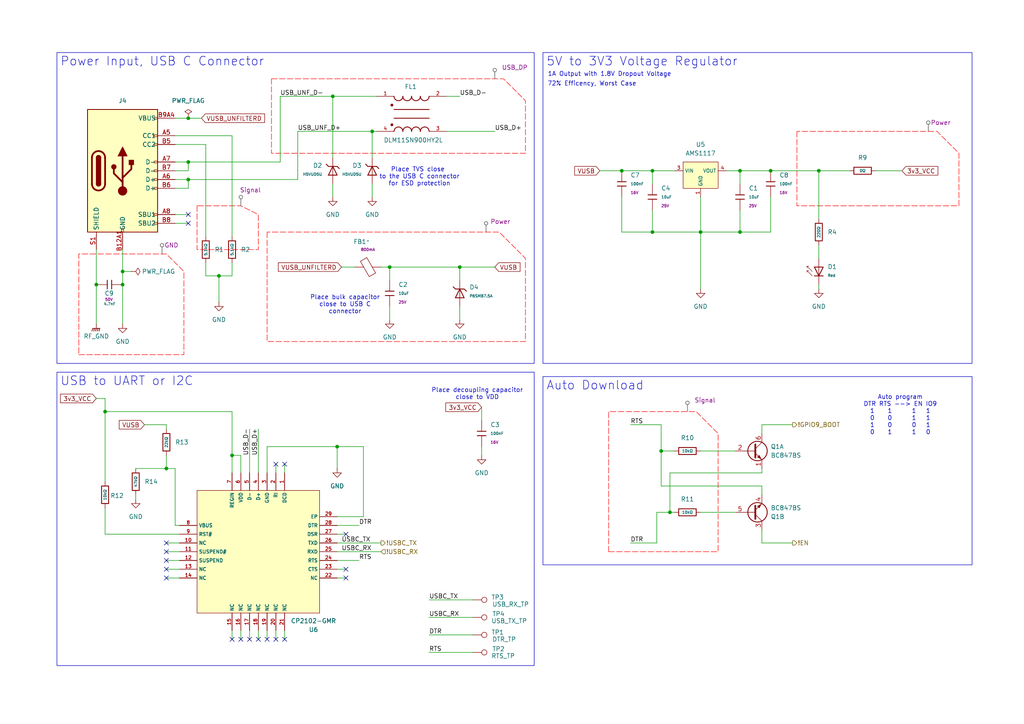
<source format=kicad_sch>
(kicad_sch (version 20250114) (generator "eeschema") (generator_version "9.0")
  (paper "A4")
  (title_block (title "Mileage Logger") (rev "DEV_001") (company "Jake Odgers"))
  (text "Place TVS close \nto the USB C connector\nfor ESD protection\n" (at 121.666 51.308 0) (effects (font (size 1.27 1.27))))
  (text "Place decoupling capacitor\nclose to VDD" (at 138.43 114.3 0) (effects (font (size 1.27 1.27))))
  (text "Auto program\nDTR RTS --> EN IO9\n1    1      1   1\n0    0      1   1\n1    0      0   1\n0    1      1   0\n" (at 261.112 120.396 0) (effects (font (size 1.27 1.27))))
  (text "Place bulk capacitor\nclose to USB C\nconnector" (at 100.076 88.392 0) (effects (font (size 1.27 1.27))))
  (text "72% Efficency, Worst Case" (at 171.704 24.384 0) (effects (font (size 1.27 1.27))))
  (text "1A Output with 1.8V Dropout Voltage" (at 176.784 21.59 0) (effects (font (size 1.27 1.27))))
  (text_box "USB to UART or I2C" (at 16.51 107.95 0) (size 138.43 85.09) (margins 0.9525 0.9525 0.9525 0.9525) (effects (font (size 2.54 2.54)) (justify left top)))
  (text_box "Power Input, USB C Connector" (at 16.51 15.24 0) (size 138.43 90.17) (margins 0.9525 0.9525 0.9525 0.9525) (effects (font (size 2.54 2.54)) (justify left top)))
  (text_box "Auto Download" (at 157.48 109.22 0) (size 124.46 54.61) (margins 0.9525 0.9525 0.9525 0.9525) (effects (font (size 2.54 2.54)) (justify left top)))
  (text_box "5V to 3V3 Voltage Regulator\n" (at 157.48 15.24 0) (size 124.46 90.17) (margins 0.9525 0.9525 0.9525 0.9525) (effects (font (size 2.54 2.54)) (justify left top)))
  (junction (at 27.94 82.55))
  (junction (at 67.31 132.08))
  (junction (at 194.31 148.59))
  (junction (at 54.61 52.07))
  (junction (at 180.34 49.53))
  (junction (at 214.63 67.31))
  (junction (at 113.03 77.47))
  (junction (at 189.23 67.31))
  (junction (at 54.61 46.99))
  (junction (at 214.63 49.53))
  (junction (at 96.52 27.94))
  (junction (at 48.26 135.89))
  (junction (at 189.23 49.53))
  (junction (at 191.77 130.81))
  (junction (at 237.49 49.53))
  (junction (at 223.52 49.53))
  (junction (at 97.79 129.54))
  (junction (at 203.2 67.31))
  (junction (at 133.35 77.47))
  (junction (at 30.48 119.38))
  (junction (at 35.56 78.74))
  (junction (at 35.56 82.55))
  (junction (at 54.61 34.29))
  (junction (at 63.5 80.01))
  (junction (at 107.95 38.1))
  (no_connect (at 100.33 165.1))
  (no_connect (at 48.26 167.64))
  (no_connect (at 100.33 167.64))
  (no_connect (at 48.26 165.1))
  (no_connect (at 100.33 154.94))
  (no_connect (at 67.31 185.42))
  (no_connect (at 80.01 134.62))
  (no_connect (at 48.26 160.02))
  (no_connect (at 82.55 134.62))
  (no_connect (at 69.85 185.42))
  (no_connect (at 80.01 185.42))
  (no_connect (at 74.93 185.42))
  (no_connect (at 82.55 185.42))
  (no_connect (at 48.26 162.56))
  (no_connect (at 54.61 64.77))
  (no_connect (at 54.61 62.23))
  (no_connect (at 77.47 185.42))
  (no_connect (at 72.39 185.42))
  (no_connect (at 48.26 157.48))
  (wire (pts (xy 173.99 49.53) (xy 180.34 49.53)))
  (wire (pts (xy 110.49 77.47) (xy 113.03 77.47)))
  (wire (pts (xy 97.79 152.4) (xy 104.14 152.4)))
  (wire (pts (xy 35.56 82.55) (xy 35.56 93.98)))
  (wire (pts (xy 27.94 82.55) (xy 27.94 93.98)))
  (wire (pts (xy 48.26 135.89) (xy 50.8 135.89)))
  (wire (pts (xy 107.95 38.1) (xy 109.22 38.1)))
  (wire (pts (xy 214.63 49.53) (xy 214.63 53.34)))
  (wire (pts (xy 194.31 137.16) (xy 194.31 148.59)))
  (wire (pts (xy 254 49.53) (xy 261.62 49.53)))
  (wire (pts (xy 107.95 53.34) (xy 107.95 57.15)))
  (wire (pts (xy 50.8 135.89) (xy 50.8 152.4)))
  (wire (pts (xy 27.94 115.57) (xy 30.48 115.57)))
  (wire (pts (xy 39.37 143.51) (xy 39.37 144.78)))
  (wire (pts (xy 77.47 129.54) (xy 77.47 137.16)))
  (wire (pts (xy 107.95 38.1) (xy 107.95 45.72)))
  (wire (pts (xy 129.54 38.1) (xy 143.51 38.1)))
  (wire (pts (xy 50.8 46.99) (xy 54.61 46.99)))
  (wire (pts (xy 50.8 49.53) (xy 54.61 49.53)))
  (wire (pts (xy 97.79 129.54) (xy 105.41 129.54)))
  (wire (pts (xy 82.55 134.62) (xy 82.55 137.16)))
  (wire (pts (xy 124.46 173.99) (xy 137.16 173.99)))
  (wire (pts (xy 182.88 157.48) (xy 190.5 157.48)))
  (wire (pts (xy 86.36 38.1) (xy 107.95 38.1)))
  (wire (pts (xy 69.85 132.08) (xy 67.31 132.08)))
  (wire (pts (xy 113.03 77.47) (xy 133.35 77.47)))
  (wire (pts (xy 52.07 152.4) (xy 50.8 152.4)))
  (wire (pts (xy 203.2 57.15) (xy 203.2 67.31)))
  (wire (pts (xy 189.23 60.96) (xy 189.23 67.31)))
  (wire (pts (xy 124.46 189.23) (xy 137.16 189.23)))
  (wire (pts (xy 50.8 54.61) (xy 54.61 54.61)))
  (wire (pts (xy 180.34 67.31) (xy 189.23 67.31)))
  (wire (pts (xy 54.61 52.07) (xy 86.36 52.07)))
  (wire (pts (xy 182.88 123.19) (xy 191.77 123.19)))
  (wire (pts (xy 54.61 34.29) (xy 58.42 34.29)))
  (wire (pts (xy 237.49 49.53) (xy 246.38 49.53)))
  (wire (pts (xy 80.01 134.62) (xy 80.01 137.16)))
  (wire (pts (xy 214.63 67.31) (xy 203.2 67.31)))
  (wire (pts (xy 30.48 154.94) (xy 52.07 154.94)))
  (wire (pts (xy 124.46 184.15) (xy 137.16 184.15)))
  (wire (pts (xy 220.98 153.67) (xy 220.98 157.48)))
  (wire (pts (xy 63.5 87.63) (xy 63.5 80.01)))
  (wire (pts (xy 191.77 140.97) (xy 191.77 130.81)))
  (wire (pts (xy 220.98 125.73) (xy 220.98 123.19)))
  (wire (pts (xy 86.36 52.07) (xy 86.36 38.1)))
  (wire (pts (xy 96.52 53.34) (xy 96.52 57.15)))
  (wire (pts (xy 67.31 182.88) (xy 67.31 185.42)))
  (wire (pts (xy 220.98 140.97) (xy 191.77 140.97)))
  (wire (pts (xy 97.79 167.64) (xy 100.33 167.64)))
  (wire (pts (xy 220.98 143.51) (xy 220.98 140.97)))
  (wire (pts (xy 180.34 57.15) (xy 180.34 67.31)))
  (wire (pts (xy 133.35 77.47) (xy 143.51 77.47)))
  (wire (pts (xy 194.31 148.59) (xy 190.5 148.59)))
  (wire (pts (xy 220.98 137.16) (xy 194.31 137.16)))
  (wire (pts (xy 96.52 27.94) (xy 109.22 27.94)))
  (wire (pts (xy 48.26 157.48) (xy 52.07 157.48)))
  (wire (pts (xy 113.03 88.9) (xy 113.03 92.71)))
  (wire (pts (xy 105.41 129.54) (xy 105.41 149.86)))
  (wire (pts (xy 220.98 135.89) (xy 220.98 137.16)))
  (wire (pts (xy 39.37 135.89) (xy 48.26 135.89)))
  (wire (pts (xy 54.61 52.07) (xy 54.61 54.61)))
  (wire (pts (xy 223.52 57.15) (xy 223.52 67.31)))
  (wire (pts (xy 77.47 129.54) (xy 97.79 129.54)))
  (wire (pts (xy 81.28 27.94) (xy 96.52 27.94)))
  (wire (pts (xy 48.26 160.02) (xy 52.07 160.02)))
  (wire (pts (xy 30.48 119.38) (xy 30.48 139.7)))
  (wire (pts (xy 67.31 132.08) (xy 67.31 137.16)))
  (wire (pts (xy 189.23 49.53) (xy 189.23 53.34)))
  (wire (pts (xy 133.35 88.9) (xy 133.35 92.71)))
  (wire (pts (xy 77.47 182.88) (xy 77.47 185.42)))
  (wire (pts (xy 82.55 182.88) (xy 82.55 185.42)))
  (wire (pts (xy 113.03 81.28) (xy 113.03 77.47)))
  (wire (pts (xy 97.79 162.56) (xy 104.14 162.56)))
  (wire (pts (xy 48.26 165.1) (xy 52.07 165.1)))
  (wire (pts (xy 96.52 27.94) (xy 96.52 45.72)))
  (wire (pts (xy 54.61 46.99) (xy 81.28 46.99)))
  (wire (pts (xy 48.26 162.56) (xy 52.07 162.56)))
  (wire (pts (xy 124.46 179.07) (xy 137.16 179.07)))
  (wire (pts (xy 54.61 46.99) (xy 54.61 49.53)))
  (wire (pts (xy 59.69 68.58) (xy 59.69 41.91)))
  (wire (pts (xy 35.56 72.39) (xy 35.56 78.74)))
  (wire (pts (xy 214.63 49.53) (xy 223.52 49.53)))
  (wire (pts (xy 74.93 124.46) (xy 74.93 137.16)))
  (wire (pts (xy 35.56 78.74) (xy 38.1 78.74)))
  (wire (pts (xy 237.49 82.55) (xy 237.49 83.82)))
  (wire (pts (xy 74.93 182.88) (xy 74.93 185.42)))
  (wire (pts (xy 59.69 80.01) (xy 59.69 76.2)))
  (wire (pts (xy 97.79 135.89) (xy 97.79 129.54)))
  (wire (pts (xy 35.56 78.74) (xy 35.56 82.55)))
  (wire (pts (xy 67.31 80.01) (xy 63.5 80.01)))
  (wire (pts (xy 48.26 167.64) (xy 52.07 167.64)))
  (wire (pts (xy 237.49 49.53) (xy 237.49 63.5)))
  (wire (pts (xy 191.77 123.19) (xy 191.77 130.81)))
  (wire (pts (xy 59.69 80.01) (xy 63.5 80.01)))
  (wire (pts (xy 48.26 132.08) (xy 48.26 135.89)))
  (wire (pts (xy 97.79 160.02) (xy 110.49 160.02)))
  (wire (pts (xy 80.01 182.88) (xy 80.01 185.42)))
  (wire (pts (xy 139.7 118.11) (xy 139.7 121.92)))
  (wire (pts (xy 50.8 64.77) (xy 54.61 64.77)))
  (wire (pts (xy 30.48 115.57) (xy 30.48 119.38)))
  (wire (pts (xy 110.49 157.48) (xy 97.79 157.48)))
  (wire (pts (xy 67.31 76.2) (xy 67.31 80.01)))
  (wire (pts (xy 67.31 39.37) (xy 50.8 39.37)))
  (wire (pts (xy 50.8 34.29) (xy 54.61 34.29)))
  (wire (pts (xy 214.63 60.96) (xy 214.63 67.31)))
  (wire (pts (xy 133.35 77.47) (xy 133.35 81.28)))
  (wire (pts (xy 210.82 49.53) (xy 214.63 49.53)))
  (wire (pts (xy 220.98 123.19) (xy 229.87 123.19)))
  (wire (pts (xy 30.48 154.94) (xy 30.48 147.32)))
  (wire (pts (xy 67.31 119.38) (xy 67.31 132.08)))
  (wire (pts (xy 59.69 41.91) (xy 50.8 41.91)))
  (wire (pts (xy 189.23 67.31) (xy 203.2 67.31)))
  (wire (pts (xy 223.52 67.31) (xy 214.63 67.31)))
  (wire (pts (xy 190.5 148.59) (xy 190.5 157.48)))
  (wire (pts (xy 50.8 62.23) (xy 54.61 62.23)))
  (wire (pts (xy 72.39 124.46) (xy 72.39 137.16)))
  (wire (pts (xy 139.7 129.54) (xy 139.7 132.08)))
  (wire (pts (xy 81.28 46.99) (xy 81.28 27.94)))
  (wire (pts (xy 97.79 154.94) (xy 100.33 154.94)))
  (wire (pts (xy 223.52 49.53) (xy 237.49 49.53)))
  (wire (pts (xy 105.41 149.86) (xy 97.79 149.86)))
  (wire (pts (xy 191.77 130.81) (xy 195.58 130.81)))
  (wire (pts (xy 203.2 67.31) (xy 203.2 83.82)))
  (wire (pts (xy 195.58 148.59) (xy 194.31 148.59)))
  (wire (pts (xy 48.26 124.46) (xy 48.26 123.19)))
  (wire (pts (xy 72.39 182.88) (xy 72.39 185.42)))
  (wire (pts (xy 30.48 119.38) (xy 67.31 119.38)))
  (wire (pts (xy 180.34 49.53) (xy 189.23 49.53)))
  (wire (pts (xy 203.2 130.81) (xy 213.36 130.81)))
  (wire (pts (xy 220.98 157.48) (xy 229.87 157.48)))
  (wire (pts (xy 27.94 72.39) (xy 27.94 82.55)))
  (wire (pts (xy 67.31 39.37) (xy 67.31 68.58)))
  (wire (pts (xy 203.2 148.59) (xy 213.36 148.59)))
  (wire (pts (xy 48.26 123.19) (xy 41.91 123.19)))
  (wire (pts (xy 69.85 137.16) (xy 69.85 132.08)))
  (wire (pts (xy 97.79 165.1) (xy 100.33 165.1)))
  (wire (pts (xy 129.54 27.94) (xy 133.35 27.94)))
  (wire (pts (xy 99.06 77.47) (xy 102.87 77.47)))
  (wire (pts (xy 189.23 49.53) (xy 195.58 49.53)))
  (wire (pts (xy 69.85 182.88) (xy 69.85 185.42)))
  (wire (pts (xy 237.49 71.12) (xy 237.49 74.93)))
  (wire (pts (xy 54.61 52.07) (xy 50.8 52.07)))
  (label "RTS" (at 104.14 162.56 0))
  (label "DTR" (at 124.46 184.15 0))
  (label "RTS" (at 182.88 123.19 0))
  (label "USB_UNF_D+" (at 86.36 38.1 0))
  (label "DTR" (at 182.88 157.48 0))
  (label "USB_D-" (at 133.35 27.94 0))
  (label "USB_D+" (at 74.93 132.08 90))
  (label "RTS" (at 124.46 189.23 0))
  (label "USBC_RX" (at 124.46 179.07 0))
  (label "USBC_TX" (at 99.06 157.48 0))
  (label "DTR" (at 104.14 152.4 0))
  (label "USB_UNF_D-" (at 81.28 27.94 0))
  (label "USBC_TX" (at 124.46 173.99 0))
  (label "USBC_RX" (at 99.06 160.02 0))
  (label "USB_D-" (at 72.39 132.08 90))
  (label "USB_D+" (at 143.51 38.1 0))
  (global_label "VUSB" (shape input) (at 173.99 49.53 180) (property "Intersheetrefs" "${INTERSHEET_REFS}" (effects (hide yes))))
  (global_label "VUSB_UNFILTERD" (shape input) (at 99.06 77.47 180) (property "Intersheetrefs" "${INTERSHEET_REFS}" (effects (hide yes))))
  (global_label "VUSB" (shape input) (at 143.51 77.47 0) (property "Intersheetrefs" "${INTERSHEET_REFS}" (effects (hide yes))))
  (global_label "VUSB_UNFILTERD" (shape input) (at 58.42 34.29 0) (property "Intersheetrefs" "${INTERSHEET_REFS}" (effects (hide yes))))
  (global_label "3v3_VCC" (shape input) (at 139.7 118.11 180) (property "Intersheetrefs" "${INTERSHEET_REFS}" (effects (hide yes))))
  (global_label "VUSB" (shape input) (at 41.91 123.19 180) (property "Intersheetrefs" "${INTERSHEET_REFS}" (effects (hide yes))))
  (global_label "3v3_VCC" (shape input) (at 27.94 115.57 180) (property "Intersheetrefs" "${INTERSHEET_REFS}" (effects (hide yes))))
  (global_label "3v3_VCC" (shape input) (at 261.62 49.53 0) (property "Intersheetrefs" "${INTERSHEET_REFS}" (effects (hide yes))))
  (hierarchical_label "!GPIO9_BOOT" (shape output) (at 229.87 123.19 0))
  (hierarchical_label "!USBC_TX" (shape output) (at 110.49 157.48 0))
  (hierarchical_label "!EN" (shape output) (at 229.87 157.48 0))
  (hierarchical_label "!USBC_RX" (shape input) (at 110.49 160.02 0))
  (rule_area (polyline (pts (xy 176.53 160.02) (xy 208.28 160.02) (xy 208.28 125.73) (xy 201.93 119.38) (xy 176.53 119.38)) (stroke (width 0) (type dash))))
  (rule_area (polyline (pts (xy 22.86 102.87) (xy 53.34 102.87) (xy 53.34 78.74) (xy 48.26 73.66) (xy 22.86 73.66)) (stroke (width 0) (type dash))))
  (rule_area (polyline (pts (xy 57.15 59.69) (xy 57.15 72.39) (xy 74.93 72.39) (xy 74.93 62.23) (xy 69.85 59.69)) (stroke (width 0) (type dash))))
  (rule_area (polyline (pts (xy 231.14 38.1) (xy 231.14 59.69) (xy 278.13 59.69) (xy 278.13 44.45) (xy 271.78 38.1)) (stroke (width 0) (type dash))))
  (rule_area (polyline (pts (xy 77.47 67.31) (xy 77.47 99.06) (xy 152.4 99.06) (xy 152.4 74.93) (xy 144.78 67.31)) (stroke (width 0) (type dash))))
  (rule_area (polyline (pts (xy 78.74 22.86) (xy 146.05 22.86) (xy 152.4 29.21) (xy 152.4 44.45) (xy 78.74 44.45)) (stroke (width 0) (type dash))))
  (netclass_flag "" (length 2.54) (shape round) (at 46.99 73.66 0) (property "Netclass" "GND" (at 47.6885 71.12 0) (effects (justify left))))
  (netclass_flag "" (length 2.54) (shape round) (at 199.39 119.38 0) (property "Netclass" "Signal" (at 201.422 116.078 0) (effects (justify left))))
  (netclass_flag "" (length 2.54) (shape round) (at 143.51 22.86 0) (property "Netclass" "USB_DP" (at 145.542 19.558 0) (effects (justify left))))
  (netclass_flag "" (length 2.54) (shape round) (at 69.85 59.69 0) (property "Netclass" "Signal" (at 75.692 55.118 0) (effects (justify right))))
  (netclass_flag "" (length 2.54) (shape round) (at 269.24 38.1 0) (property "Netclass" "Power" (at 269.9385 35.56 0) (effects (justify left))))
  (netclass_flag "" (length 2.54) (shape round) (at 140.97 67.31 0) (property "Netclass" "Power" (at 142.24 64.262 0) (effects (justify left))))
  (symbol (lib_id "PCM_JLCPCB-Capacitors:0402,100nF") (at 223.52 53.34 0) (unit 1)
    (property "Reference" "C8" (at 226.06 50.7999 0) (effects (justify left)))
    (property "Value" "100nF" (at 226.06 53.34 0) (effects (font (size 0.8 0.8)) (justify left)))
    (property "Footprint" "PCM_JLCPCB:C_0402" (effects (hide yes)))
    (property "Datasheet" "https://www.lcsc.com/datasheet/lcsc_datasheet_2304140030_Samsung-Electro-Mechanics-CL05B104KO5NNNC_C1525.pdf" (effects (hide yes)))
    (property "Description" "16V 100nF X7R ±10% 0402 Multilayer Ceramic Capacitors MLCC - SMD/SMT ROHS" (effects (hide yes)))
    (property "LCSC" "C1525" (effects (hide yes)))
    (property "Stock" "20208285" (effects (hide yes)))
    (property "Price" "0.004USD" (effects (hide yes)))
    (property "Process" "SMT" (effects (hide yes)))
    (property "Minimum Qty" "20" (effects (hide yes)))
    (property "Attrition Qty" "10" (effects (hide yes)))
    (property "Class" "Basic Component" (effects (hide yes)))
    (property "Category" "Capacitors,Multilayer Ceramic Capacitors MLCC - SMD/SMT" (effects (hide yes)))
    (property "Manufacturer" "Samsung Electro-Mechanics" (effects (hide yes)))
    (property "Part" "CL05B104KO5NNNC" (effects (hide yes)))
    (property "Voltage Rated" "16V" (at 226.06 55.88 0) (effects (font (size 0.8 0.8)) (justify left)))
    (property "Tolerance" "±10%" (effects (hide yes)))
    (property "Capacitance" "100nF" (effects (hide yes)))
    (property "Temperature Coefficient" "X7R" (effects (hide yes)))
  )
  (symbol (lib_id "PCM_JLCPCB-Power:LDO, 3.3V, 1A") (at 203.2 52.07 0) (unit 1)
    (property "Reference" "U5" (at 203.2 41.91 0))
    (property "Value" "AMS1117" (at 203.2 44.45 0))
    (property "Footprint" "PCM_JLCPCB:SOT-223-3_L6.5-W3.4-P2.30-LS7.0-BR" (effects (hide yes)))
    (property "Datasheet" "https://www.lcsc.com/datasheet/lcsc_datasheet_2410121508_Advanced-Monolithic-Systems-AMS1117-3-3_C6186.pdf" (effects (hide yes)))
    (property "Description" "72dB@(120Hz) 1A Fixed 3.3V Positive electrode SOT-223 Voltage Regulators - Linear, Low Drop Out (LDO) Regulators ROHS" (effects (hide yes)))
    (property "LCSC" "C6186" (effects (hide yes)))
    (property "Stock" "1270542" (effects (hide yes)))
    (property "Price" "0.169USD" (effects (hide yes)))
    (property "Process" "SMT" (effects (hide yes)))
    (property "Minimum Qty" "2" (effects (hide yes)))
    (property "Attrition Qty" "0" (effects (hide yes)))
    (property "Class" "Basic Component" (effects (hide yes)))
    (property "Category" "Power Management ICs,Linear Voltage Regulators (LDO)" (effects (hide yes)))
    (property "Manufacturer" "Advanced Monolithic Systems" (effects (hide yes)))
    (property "Part" "AMS1117-3.3" (effects (hide yes)))
    (property "Number Of Outputs" "1" (effects (hide yes)))
    (property "Output Voltage" "3.3V" (effects (hide yes)))
    (property "Dropout Voltage" "1.3V@(800mA)" (effects (hide yes)))
    (property "Output Current" "1A" (effects (hide yes)))
    (property "Output Type" "Fixed" (effects (hide yes)))
    (property "Output Polarity" "Positive electrode" (effects (hide yes)))
    (property "Power Supply Rejection Ratio (Psrr)" "72dB@(120Hz)" (effects (hide yes)))
    (property "Feature" "Overcurrent Protection(OCP);Thermal Protection(TSD)" (effects (hide yes)))
  )
  (symbol (lib_id "power:GND") (at 63.5 87.63 0) (unit 1)
    (property "Reference" "#PWR07" (effects (hide yes)))
    (property "Value" "GND" (at 63.5 92.71 0))
    (property "Description" "Power symbol creates a global label with name \"GND\" , ground" (effects (hide yes)))
  )
  (symbol (lib_id "PCM_JLCPCB-Resistors:0402,10kΩ") (at 199.39 130.81 90) (unit 1)
    (property "Reference" "R10" (at 199.39 127 90))
    (property "Value" "10kΩ" (at 199.39 130.81 90) (effects (font (size 0.8 0.8))))
    (property "Footprint" "PCM_JLCPCB:R_0402" (effects (hide yes)))
    (property "Datasheet" "https://www.lcsc.com/datasheet/lcsc_datasheet_2411221126_UNI-ROYAL-Uniroyal-Elec-0402WGF1002TCE_C25744.pdf" (effects (hide yes)))
    (property "Description" "62.5mW Thick Film Resistors 50V ±100ppm/°C ±1% 10kΩ 0402 Chip Resistor - Surface Mount ROHS" (effects (hide yes)))
    (property "LCSC" "C25744" (effects (hide yes)))
    (property "Stock" "24372091" (effects (hide yes)))
    (property "Price" "0.004USD" (effects (hide yes)))
    (property "Process" "SMT" (effects (hide yes)))
    (property "Minimum Qty" "20" (effects (hide yes)))
    (property "Attrition Qty" "10" (effects (hide yes)))
    (property "Class" "Basic Component" (effects (hide yes)))
    (property "Category" "Resistors,Chip Resistor - Surface Mount" (effects (hide yes)))
    (property "Manufacturer" "UNI-ROYAL(Uniroyal Elec)" (effects (hide yes)))
    (property "Part" "0402WGF1002TCE" (effects (hide yes)))
    (property "Resistance" "10kΩ" (effects (hide yes)))
    (property "Power(Watts)" "62.5mW" (effects (hide yes)))
    (property "Type" "Thick Film Resistors" (effects (hide yes)))
    (property "Overload Voltage (Max)" "50V" (effects (hide yes)))
    (property "Operating Temperature Range" "-55°C~+155°C" (effects (hide yes)))
    (property "Tolerance" "±1%" (effects (hide yes)))
    (property "Temperature Coefficient" "±100ppm/°C" (effects (hide yes)))
  )
  (symbol (lib_id "PCM_JLCPCB-Resistors:0402,10kΩ") (at 30.48 143.51 0) (unit 1)
    (property "Reference" "R12" (at 32.004 143.764 0) (effects (justify left)))
    (property "Value" "10kΩ" (at 30.48 143.51 90) (effects (font (size 0.8 0.8))))
    (property "Footprint" "PCM_JLCPCB:R_0402" (effects (hide yes)))
    (property "Datasheet" "https://www.lcsc.com/datasheet/lcsc_datasheet_2411221126_UNI-ROYAL-Uniroyal-Elec-0402WGF1002TCE_C25744.pdf" (effects (hide yes)))
    (property "Description" "62.5mW Thick Film Resistors 50V ±100ppm/°C ±1% 10kΩ 0402 Chip Resistor - Surface Mount ROHS" (effects (hide yes)))
    (property "LCSC" "C25744" (effects (hide yes)))
    (property "Stock" "24372091" (effects (hide yes)))
    (property "Price" "0.004USD" (effects (hide yes)))
    (property "Process" "SMT" (effects (hide yes)))
    (property "Minimum Qty" "20" (effects (hide yes)))
    (property "Attrition Qty" "10" (effects (hide yes)))
    (property "Class" "Basic Component" (effects (hide yes)))
    (property "Category" "Resistors,Chip Resistor - Surface Mount" (effects (hide yes)))
    (property "Manufacturer" "UNI-ROYAL(Uniroyal Elec)" (effects (hide yes)))
    (property "Part" "0402WGF1002TCE" (effects (hide yes)))
    (property "Resistance" "10kΩ" (effects (hide yes)))
    (property "Power(Watts)" "62.5mW" (effects (hide yes)))
    (property "Type" "Thick Film Resistors" (effects (hide yes)))
    (property "Overload Voltage (Max)" "50V" (effects (hide yes)))
    (property "Operating Temperature Range" "-55°C~+155°C" (effects (hide yes)))
    (property "Tolerance" "±1%" (effects (hide yes)))
    (property "Temperature Coefficient" "±100ppm/°C" (effects (hide yes)))
  )
  (symbol (lib_id "PCM_JLCPCB-Capacitors:0603,10uF,(2)") (at 189.23 57.15 0) (unit 1)
    (property "Reference" "C4" (at 191.77 54.6099 0) (effects (justify left)))
    (property "Value" "10uF" (at 191.77 57.15 0) (effects (font (size 0.8 0.8)) (justify left)))
    (property "Footprint" "PCM_JLCPCB:C_0603" (effects (hide yes)))
    (property "Datasheet" "https://www.lcsc.com/datasheet/lcsc_datasheet_2304140030_Samsung-Electro-Mechanics-CL10A106MA8NRNC_C96446.pdf" (effects (hide yes)))
    (property "Description" "25V 10uF X5R ±20% 0603 Multilayer Ceramic Capacitors MLCC - SMD/SMT ROHS" (effects (hide yes)))
    (property "LCSC" "C96446" (effects (hide yes)))
    (property "Stock" "3388297" (effects (hide yes)))
    (property "Price" "0.021USD" (effects (hide yes)))
    (property "Process" "SMT" (effects (hide yes)))
    (property "Minimum Qty" "20" (effects (hide yes)))
    (property "Attrition Qty" "8" (effects (hide yes)))
    (property "Class" "Basic Component" (effects (hide yes)))
    (property "Category" "Capacitors,Multilayer Ceramic Capacitors MLCC - SMD/SMT" (effects (hide yes)))
    (property "Manufacturer" "Samsung Electro-Mechanics" (effects (hide yes)))
    (property "Part" "CL10A106MA8NRNC" (effects (hide yes)))
    (property "Voltage Rated" "25V" (at 191.77 59.69 0) (effects (font (size 0.8 0.8)) (justify left)))
    (property "Tolerance" "±20%" (effects (hide yes)))
    (property "Capacitance" "10uF" (effects (hide yes)))
    (property "Temperature Coefficient" "X5R" (effects (hide yes)))
  )
  (symbol (lib_id "power:GND") (at 97.79 135.89 0) (unit 1)
    (property "Reference" "#PWR01" (effects (hide yes)))
    (property "Value" "GND" (at 97.79 140.97 0))
    (property "Description" "Power symbol creates a global label with name \"GND\" , ground" (effects (hide yes)))
  )
  (symbol (lib_id "PCM_JLCPCB-Diodes:TVS-Uni,H5VUD5U") (at 107.95 49.53 0) (mirror x) (unit 1)
    (property "Reference" "D3" (at 104.902 48.006 0) (effects (justify right)))
    (property "Value" "H5VUD5U" (at 104.902 50.5461 0) (effects (font (size 0.8 0.8)) (justify right)))
    (property "Footprint" "PCM_JLCPCB:D_SOD-523" (effects (hide yes)))
    (property "Datasheet" "https://wmsc.lcsc.com/wmsc/upload/file/pdf/v2/lcsc/2404031005_hongjiacheng-H5VUD5U_C20617921.pdf" (effects (hide yes)))
    (property "Description" "5A 75W 15V 9V Unidirectional 5V SOD-523 ESD and Surge Protection (TVS/ESD) ROHS" (effects (hide yes)))
    (property "LCSC" "C20617921" (effects (hide yes)))
    (property "Stock" "18119" (effects (hide yes)))
    (property "Price" "0.022USD" (effects (hide yes)))
    (property "Process" "SMT" (effects (hide yes)))
    (property "Minimum Qty" "20" (effects (hide yes)))
    (property "Attrition Qty" "6" (effects (hide yes)))
    (property "Class" "Preferred Component" (effects (hide yes)))
    (property "Category" "TVS/Fuse/Board Level Protection,Electrostatic And Surge Protection (TVS/ESD)" (effects (hide yes)))
    (property "Manufacturer" "hongjiacheng" (effects (hide yes)))
    (property "Part" "H5VUD5U" (effects (hide yes)))
  )
  (symbol (lib_id "PCM_JLCPCB-Capacitors:0603,10uF,(2)") (at 214.63 57.15 0) (unit 1)
    (property "Reference" "C1" (at 217.17 54.6099 0) (effects (justify left)))
    (property "Value" "10uF" (at 217.17 57.15 0) (effects (font (size 0.8 0.8)) (justify left)))
    (property "Footprint" "PCM_JLCPCB:C_0603" (effects (hide yes)))
    (property "Datasheet" "https://www.lcsc.com/datasheet/lcsc_datasheet_2304140030_Samsung-Electro-Mechanics-CL10A106MA8NRNC_C96446.pdf" (effects (hide yes)))
    (property "Description" "25V 10uF X5R ±20% 0603 Multilayer Ceramic Capacitors MLCC - SMD/SMT ROHS" (effects (hide yes)))
    (property "LCSC" "C96446" (effects (hide yes)))
    (property "Stock" "3388297" (effects (hide yes)))
    (property "Price" "0.021USD" (effects (hide yes)))
    (property "Process" "SMT" (effects (hide yes)))
    (property "Minimum Qty" "20" (effects (hide yes)))
    (property "Attrition Qty" "8" (effects (hide yes)))
    (property "Class" "Basic Component" (effects (hide yes)))
    (property "Category" "Capacitors,Multilayer Ceramic Capacitors MLCC - SMD/SMT" (effects (hide yes)))
    (property "Manufacturer" "Samsung Electro-Mechanics" (effects (hide yes)))
    (property "Part" "CL10A106MA8NRNC" (effects (hide yes)))
    (property "Voltage Rated" "25V" (at 217.17 59.69 0) (effects (font (size 0.8 0.8)) (justify left)))
    (property "Tolerance" "±20%" (effects (hide yes)))
    (property "Capacitance" "10uF" (effects (hide yes)))
    (property "Temperature Coefficient" "X5R" (effects (hide yes)))
  )
  (symbol (lib_id "PCM_JLCPCB-Diodes:TVS-Uni,P6SMB7.5A") (at 133.35 85.09 0) (mirror x) (unit 1)
    (property "Reference" "D4" (at 136.144 83.312 0) (effects (justify left)))
    (property "Value" "P6SMB7.5A" (at 136.144 85.8521 0) (effects (font (size 0.8 0.8)) (justify left)))
    (property "Footprint" "PCM_JLCPCB:D_SMB" (effects (hide yes)))
    (property "Datasheet" "https://www.lcsc.com/datasheet/lcsc_datasheet_2501071555_hongjiacheng-P6SMB7-5A_C42394408.pdf" (effects (hide yes)))
    (property "Description" "6.4V 11.3V 53.1A 500uA 7.88V 600W -55°C~+150°C SMB ESD and Surge Protection (TVS/ESD)" (effects (hide yes)))
    (property "LCSC" "C42394408" (effects (hide yes)))
    (property "Stock" "2544" (effects (hide yes)))
    (property "Price" "0.049USD" (effects (hide yes)))
    (property "Process" "SMT" (effects (hide yes)))
    (property "Minimum Qty" "5" (effects (hide yes)))
    (property "Attrition Qty" "2" (effects (hide yes)))
    (property "Class" "Preferred Component" (effects (hide yes)))
    (property "Category" "Circuit Protection,ESD And Surge Protection (TVS/ESD)" (effects (hide yes)))
    (property "Manufacturer" "hongjiacheng" (effects (hide yes)))
    (property "Part" "P6SMB7.5A" (effects (hide yes)))
    (property "Operating Temperature" "-55°C~+150°C" (effects (hide yes)))
    (property "Peak Pulse Power Dissipation (Ppp)" "600W" (effects (hide yes)))
    (property "Clamping Voltage" "11.3V" (effects (hide yes)))
    (property "Peak Pulse Current (Ipp)" "53.1A" (effects (hide yes)))
    (property "Voltage - Breakdown" "7.88V" (effects (hide yes)))
    (property "Reverse Stand-Off Voltage (Vrwm)" "6.4V" (effects (hide yes)))
    (property "Reverse Leakage Current (Ir)" "500uA" (effects (hide yes)))
  )
  (symbol (lib_id "PCM_JLCPCB-Interface:Transceiver, USB") (at 74.93 160.02 270) (unit 1)
    (property "Reference" "U6" (at 90.932 182.626 90))
    (property "Value" "CP2102-GMR" (at 90.932 180.086 90))
    (property "Footprint" "PCM_JLCPCB:WQFN-28_L5.0-W5.0-P0.50-BL-EP3.2" (effects (hide yes)))
    (property "Datasheet" "https://www.lcsc.com/datasheet/lcsc_datasheet_1811081920_SKYWORKS-SILICON-LABS-CP2102-GMR_C6568.pdf" (effects (hide yes)))
    (property "Description" "12Mbps Transceiver USB WQFN-28-EP(5x5) USB Converters ROHS" (effects (hide yes)))
    (property "LCSC" "C6568" (effects (hide yes)))
    (property "Stock" "18224" (effects (hide yes)))
    (property "Price" "2.002USD" (effects (hide yes)))
    (property "Process" "SMT" (effects (hide yes)))
    (property "Minimum Qty" "1" (effects (hide yes)))
    (property "Attrition Qty" "0" (effects (hide yes)))
    (property "Class" "Preferred Component" (effects (hide yes)))
    (property "Category" "Interface ICs,USB ICs" (effects (hide yes)))
    (property "Manufacturer" "SILICON LABS" (effects (hide yes)))
    (property "Part" "CP2102-GMR" (effects (hide yes)))
    (property "Protocol" "USB" (effects (hide yes)))
    (property "Supply Voltage" "3V~3.6V" (effects (hide yes)))
    (property "Applications Function" "Transceiver" (effects (hide yes)))
    (property "Data Rate" "12Mbps" (effects (hide yes)))
  )
  (symbol (lib_id "PCM_JLCPCB-Resistors:0402,5.1kΩ") (at 59.69 72.39 0) (unit 1)
    (property "Reference" "R1" (at 62.23 72.3899 0) (effects (justify left)))
    (property "Value" "5.1kΩ" (at 59.69 72.39 90) (effects (font (size 0.8 0.8))))
    (property "Footprint" "PCM_JLCPCB:R_0402" (effects (hide yes)))
    (property "Datasheet" "https://www.lcsc.com/datasheet/lcsc_datasheet_2206010045_UNI-ROYAL-Uniroyal-Elec-0402WGF5101TCE_C25905.pdf" (effects (hide yes)))
    (property "Description" "62.5mW Thick Film Resistors 50V ±100ppm/°C ±1% 5.1kΩ 0402 Chip Resistor - Surface Mount ROHS" (effects (hide yes)))
    (property "LCSC" "C25905" (effects (hide yes)))
    (property "Stock" "3534773" (effects (hide yes)))
    (property "Price" "0.004USD" (effects (hide yes)))
    (property "Process" "SMT" (effects (hide yes)))
    (property "Minimum Qty" "20" (effects (hide yes)))
    (property "Attrition Qty" "10" (effects (hide yes)))
    (property "Class" "Basic Component" (effects (hide yes)))
    (property "Category" "Resistors,Chip Resistor - Surface Mount" (effects (hide yes)))
    (property "Manufacturer" "UNI-ROYAL(Uniroyal Elec)" (effects (hide yes)))
    (property "Part" "0402WGF5101TCE" (effects (hide yes)))
    (property "Resistance" "5.1kΩ" (effects (hide yes)))
    (property "Power(Watts)" "62.5mW" (effects (hide yes)))
    (property "Type" "Thick Film Resistors" (effects (hide yes)))
    (property "Overload Voltage (Max)" "50V" (effects (hide yes)))
    (property "Operating Temperature Range" "-55°C~+155°C" (effects (hide yes)))
    (property "Tolerance" "±1%" (effects (hide yes)))
    (property "Temperature Coefficient" "±100ppm/°C" (effects (hide yes)))
  )
  (symbol (lib_id "power:GND") (at 107.95 57.15 0) (unit 1)
    (property "Reference" "#PWR011" (effects (hide yes)))
    (property "Value" "GND" (at 107.95 62.23 0))
    (property "Description" "Power symbol creates a global label with name \"GND\" , ground" (effects (hide yes)))
  )
  (symbol (lib_id "Connector:TestPoint") (at 137.16 179.07 270) (unit 1)
    (property "Reference" "TP4" (at 142.748 178.054 90) (effects (justify left)))
    (property "Value" "USB_TX_TP" (at 142.494 180.086 90) (effects (justify left)))
    (property "Footprint" "TestPoint:TestPoint_Pad_D2.5mm" (effects (hide yes)))
    (property "Description" "test point" (effects (hide yes)))
  )
  (symbol (lib_id "power:GNDPWR") (at 27.94 93.98 0) (unit 1)
    (property "Reference" "#PWR015" (effects (hide yes)))
    (property "Value" "RF_GND" (at 27.94 97.536 0))
    (property "Description" "Power symbol creates a global label with name \"GNDPWR\" , global ground" (effects (hide yes)))
  )
  (symbol (lib_id "PCM_JLCPCB-Capacitors:0402,100nF") (at 180.34 53.34 0) (unit 1)
    (property "Reference" "C7" (at 182.88 50.7999 0) (effects (justify left)))
    (property "Value" "100nF" (at 182.88 53.34 0) (effects (font (size 0.8 0.8)) (justify left)))
    (property "Footprint" "PCM_JLCPCB:C_0402" (effects (hide yes)))
    (property "Datasheet" "https://www.lcsc.com/datasheet/lcsc_datasheet_2304140030_Samsung-Electro-Mechanics-CL05B104KO5NNNC_C1525.pdf" (effects (hide yes)))
    (property "Description" "16V 100nF X7R ±10% 0402 Multilayer Ceramic Capacitors MLCC - SMD/SMT ROHS" (effects (hide yes)))
    (property "LCSC" "C1525" (effects (hide yes)))
    (property "Stock" "20208285" (effects (hide yes)))
    (property "Price" "0.004USD" (effects (hide yes)))
    (property "Process" "SMT" (effects (hide yes)))
    (property "Minimum Qty" "20" (effects (hide yes)))
    (property "Attrition Qty" "10" (effects (hide yes)))
    (property "Class" "Basic Component" (effects (hide yes)))
    (property "Category" "Capacitors,Multilayer Ceramic Capacitors MLCC - SMD/SMT" (effects (hide yes)))
    (property "Manufacturer" "Samsung Electro-Mechanics" (effects (hide yes)))
    (property "Part" "CL05B104KO5NNNC" (effects (hide yes)))
    (property "Voltage Rated" "16V" (at 182.88 55.88 0) (effects (font (size 0.8 0.8)) (justify left)))
    (property "Tolerance" "±10%" (effects (hide yes)))
    (property "Capacitance" "100nF" (effects (hide yes)))
    (property "Temperature Coefficient" "X7R" (effects (hide yes)))
  )
  (symbol (lib_id "Connector:TestPoint") (at 137.16 173.99 270) (mirror x) (unit 1)
    (property "Reference" "TP3" (at 142.494 173.228 90) (effects (justify left)))
    (property "Value" "USB_RX_TP" (at 142.748 175.26 90) (effects (justify left)))
    (property "Footprint" "TestPoint:TestPoint_Pad_D2.5mm" (effects (hide yes)))
    (property "Description" "test point" (effects (hide yes)))
  )
  (symbol (lib_id "PCM_JLCPCB-Extended:Connector, USB-TYPE-C-16P") (at 35.56 49.53 0) (unit 1)
    (property "Reference" "J4" (at 35.56 29.21 0))
    (property "Value" "Connector, USB-TYPE-C-16P" (effects (hide yes)))
    (property "Footprint" "PCM_JLCPCB:TYPE-C-SMD_HX-TYPE-C-16PIN" (effects (hide yes)))
    (property "Datasheet" "https://atta.szlcsc.com/upload/public/pdf/source/20220920/0EF8F885FCCEA71F60E9E85152155021.pdf" (effects (hide yes)))
    (property "Description" "3A 1 Horizontal attachment 16P Female -25℃~+85℃ Type-C SMD USB Connectors ROHS" (effects (hide yes)))
    (property "LCSC" "C2927039" (effects (hide yes)))
  )
  (symbol (lib_id "power:GND") (at 139.7 132.08 0) (unit 1)
    (property "Reference" "#PWR08" (effects (hide yes)))
    (property "Value" "GND" (at 139.7 137.16 0))
    (property "Description" "Power symbol creates a global label with name \"GND\" , ground" (effects (hide yes)))
  )
  (symbol (lib_id "power:GND") (at 203.2 83.82 0) (unit 1)
    (property "Reference" "#PWR02" (effects (hide yes)))
    (property "Value" "GND" (at 203.2 88.9 0))
    (property "Description" "Power symbol creates a global label with name \"GND\" , ground" (effects (hide yes)))
  )
  (symbol (lib_id "power:GND") (at 35.56 93.98 0) (unit 1)
    (property "Reference" "#PWR06" (effects (hide yes)))
    (property "Value" "GND" (at 35.56 99.06 0))
    (property "Description" "Power symbol creates a global label with name \"GND\" , ground" (effects (hide yes)))
  )
  (symbol (lib_id "power:GND") (at 133.35 92.71 0) (unit 1)
    (property "Reference" "#PWR012" (effects (hide yes)))
    (property "Value" "GND" (at 133.35 97.79 0))
    (property "Description" "Power symbol creates a global label with name \"GND\" , ground" (effects (hide yes)))
  )
  (symbol (lib_id "PCM_JLCPCB-Diodes:TVS-Uni,H5VUD5U") (at 96.52 49.53 0) (mirror x) (unit 1)
    (property "Reference" "D2" (at 93.472 48.006 0) (effects (justify right)))
    (property "Value" "H5VUD5U" (at 93.472 50.5461 0) (effects (font (size 0.8 0.8)) (justify right)))
    (property "Footprint" "PCM_JLCPCB:D_SOD-523" (effects (hide yes)))
    (property "Datasheet" "https://wmsc.lcsc.com/wmsc/upload/file/pdf/v2/lcsc/2404031005_hongjiacheng-H5VUD5U_C20617921.pdf" (effects (hide yes)))
    (property "Description" "5A 75W 15V 9V Unidirectional 5V SOD-523 ESD and Surge Protection (TVS/ESD) ROHS" (effects (hide yes)))
    (property "LCSC" "C20617921" (effects (hide yes)))
    (property "Stock" "18119" (effects (hide yes)))
    (property "Price" "0.022USD" (effects (hide yes)))
    (property "Process" "SMT" (effects (hide yes)))
    (property "Minimum Qty" "20" (effects (hide yes)))
    (property "Attrition Qty" "6" (effects (hide yes)))
    (property "Class" "Preferred Component" (effects (hide yes)))
    (property "Category" "TVS/Fuse/Board Level Protection,Electrostatic And Surge Protection (TVS/ESD)" (effects (hide yes)))
    (property "Manufacturer" "hongjiacheng" (effects (hide yes)))
    (property "Part" "H5VUD5U" (effects (hide yes)))
  )
  (symbol (lib_id "power:GND") (at 39.37 144.78 0) (unit 1)
    (property "Reference" "#PWR016" (effects (hide yes)))
    (property "Value" "GND" (at 39.37 149.86 0))
    (property "Description" "Power symbol creates a global label with name \"GND\" , ground" (effects (hide yes)))
  )
  (symbol (lib_id "PCM_JLCPCB-Transistor-Packages:NPN, 2 Channel, BC847BS") (at 218.44 130.81 0) (unit 1)
    (property "Reference" "Q1" (at 223.52 129.5399 0) (effects (justify left)))
    (property "Value" "BC847BS" (at 223.52 132.0799 0) (effects (justify left)))
    (property "Footprint" "PCM_JLCPCB:SOT-363_SC-70-6" (effects (hide yes)))
    (property "Datasheet" "https://www.lcsc.com/datasheet/lcsc_datasheet_2409041457_hongjiacheng-BC847BS_C41375126.pdf" (effects (hide yes)))
    (property "Description" "SOT-363 Bipolar (BJT) ROHS" (effects (hide yes)))
    (property "LCSC" "C41375126" (effects (hide yes)))
    (property "Stock" "13866" (effects (hide yes)))
    (property "Price" "0.032USD" (effects (hide yes)))
    (property "Process" "SMT" (effects (hide yes)))
    (property "Minimum Qty" "10" (effects (hide yes)))
    (property "Attrition Qty" "4" (effects (hide yes)))
    (property "Class" "Preferred Component" (effects (hide yes)))
    (property "Category" "Transistors/Thyristors,Bipolar (BJT)" (effects (hide yes)))
    (property "Manufacturer" "hongjiacheng" (effects (hide yes)))
    (property "Part" "BC847BS" (effects (hide yes)))
  )
  (symbol (lib_id "PCM_JLCPCB-Capacitors:0402,4.7nF") (at 31.75 82.55 90) (mirror x) (unit 1)
    (property "Reference" "C9" (at 33.02 85.09 90) (effects (justify left)))
    (property "Value" "4.7nF" (at 33.528 88.138 90) (effects (font (size 0.8 0.8)) (justify left)))
    (property "Footprint" "PCM_JLCPCB:C_0402" (effects (hide yes)))
    (property "Datasheet" "https://www.lcsc.com/datasheet/lcsc_datasheet_2304140030_FH--Guangdong-Fenghua-Advanced-Tech-0402B472K500NT_C1538.pdf" (effects (hide yes)))
    (property "Description" "50V 4.7nF X7R ±10% 0402 Multilayer Ceramic Capacitors MLCC - SMD/SMT ROHS" (effects (hide yes)))
    (property "LCSC" "C1538" (effects (hide yes)))
    (property "Stock" "401641" (effects (hide yes)))
    (property "Price" "0.004USD" (effects (hide yes)))
    (property "Process" "SMT" (effects (hide yes)))
    (property "Minimum Qty" "20" (effects (hide yes)))
    (property "Attrition Qty" "10" (effects (hide yes)))
    (property "Class" "Basic Component" (effects (hide yes)))
    (property "Category" "Capacitors,Multilayer Ceramic Capacitors MLCC - SMD/SMT" (effects (hide yes)))
    (property "Manufacturer" "FH(Guangdong Fenghua Advanced Tech)" (effects (hide yes)))
    (property "Part" "0402B472K500NT" (effects (hide yes)))
    (property "Voltage Rated" "50V" (at 32.766 86.868 90) (effects (font (size 0.8 0.8)) (justify left)))
    (property "Tolerance" "±10%" (effects (hide yes)))
    (property "Capacitance" "4.7nF" (effects (hide yes)))
    (property "Temperature Coefficient" "X7R" (effects (hide yes)))
  )
  (symbol (lib_id "PCM_JLCPCB-Resistors:1206,0Ω") (at 250.19 49.53 90) (unit 1)
    (property "Reference" "R9" (at 250.19 45.72 90))
    (property "Value" "0Ω" (at 250.19 49.53 90) (effects (font (size 0.8 0.8))))
    (property "Footprint" "PCM_JLCPCB:R_1206" (effects (hide yes)))
    (property "Datasheet" "https://www.lcsc.com/datasheet/lcsc_datasheet_2206010200_UNI-ROYAL-Uniroyal-Elec-1206W4F0000T5E_C17888.pdf" (effects (hide yes)))
    (property "Description" "250mW Thick Film Resistors 200V ±800ppm/°C ±1% 0Ω 1206 Chip Resistor - Surface Mount ROHS" (effects (hide yes)))
    (property "LCSC" "C17888" (effects (hide yes)))
    (property "Stock" "2371618" (effects (hide yes)))
    (property "Price" "0.006USD" (effects (hide yes)))
    (property "Process" "SMT" (effects (hide yes)))
    (property "Minimum Qty" "15" (effects (hide yes)))
    (property "Attrition Qty" "10" (effects (hide yes)))
    (property "Class" "Basic Component" (effects (hide yes)))
    (property "Category" "Resistors,Chip Resistor - Surface Mount" (effects (hide yes)))
    (property "Manufacturer" "UNI-ROYAL(Uniroyal Elec)" (effects (hide yes)))
    (property "Part" "1206W4F0000T5E" (effects (hide yes)))
    (property "Resistance" "0Ω" (effects (hide yes)))
    (property "Power(Watts)" "250mW" (effects (hide yes)))
    (property "Type" "Thick Film Resistors" (effects (hide yes)))
    (property "Overload Voltage (Max)" "200V" (effects (hide yes)))
    (property "Operating Temperature Range" "-55°C~+155°C" (effects (hide yes)))
    (property "Tolerance" "±1%" (effects (hide yes)))
    (property "Temperature Coefficient" "±800ppm/°C" (effects (hide yes)))
  )
  (symbol (lib_id "power:GND") (at 96.52 57.15 0) (unit 1)
    (property "Reference" "#PWR010" (effects (hide yes)))
    (property "Value" "GND" (at 96.52 62.23 0))
    (property "Description" "Power symbol creates a global label with name \"GND\" , ground" (effects (hide yes)))
  )
  (symbol (lib_id "PCM_JLCPCB-Diodes:LED,0805,Red") (at 237.49 78.74 0) (unit 1)
    (property "Reference" "D1" (at 240.03 77.3746 0) (effects (justify left)))
    (property "Value" "Red" (at 240.03 79.9147 0) (effects (font (size 0.8 0.8)) (justify left)))
    (property "Footprint" "PCM_JLCPCB:D_0805" (effects (hide yes)))
    (property "Datasheet" "https://www.lcsc.com/datasheet/lcsc_datasheet_2409272203_Foshan-NationStar-Optoelectronics-NCD0805R1_C84256.pdf" (effects (hide yes)))
    (property "Description" "25mA Colorless transparent lens 67mcd~195mcd -30°C~+85°C 615nm~630nm Individual diode Red 130° 65mW 1.6V~2.6V 0805 LED Indication - Discrete ROHS" (effects (hide yes)))
    (property "LCSC" "C84256" (effects (hide yes)))
    (property "Stock" "2976925" (effects (hide yes)))
    (property "Price" "0.016USD" (effects (hide yes)))
    (property "Process" "SMT" (effects (hide yes)))
    (property "Minimum Qty" "20" (effects (hide yes)))
    (property "Attrition Qty" "10" (effects (hide yes)))
    (property "Class" "Basic Component" (effects (hide yes)))
    (property "Category" "Optoelectronics,Light Emitting Diodes (LED)" (effects (hide yes)))
    (property "Manufacturer" "Foshan NationStar Optoelectronics" (effects (hide yes)))
    (property "Part" "NCD0805R1" (effects (hide yes)))
    (property "Operating Temperature" "-30°C~+85°C" (effects (hide yes)))
    (property "Viewing Angle" "130°" (effects (hide yes)))
    (property "Forward Current" "25mA" (effects (hide yes)))
    (property "Forward Voltage (VF)" "1.6V~2.6V" (effects (hide yes)))
    (property "Luminous Intensity" "67mcd~195mcd" (effects (hide yes)))
    (property "Dominant Wavelength" "615nm~630nm" (effects (hide yes)))
    (property "Power Dissipation" "65mW" (effects (hide yes)))
    (property "Emitted Color" "Red" (effects (hide yes)))
    (property "Diode Configuration" "Independent Diode" (effects (hide yes)))
    (property "Lens Color" "Colorless Transparent Lens" (effects (hide yes)))
  )
  (symbol (lib_id "PCM_JLCPCB-Transistor-Packages:NPN, 2 Channel, BC847BS") (at 218.44 148.59 0) (mirror x) (unit 2)
    (property "Reference" "Q1" (at 223.52 149.8601 0) (effects (justify left)))
    (property "Value" "BC847BS" (at 223.52 147.3201 0) (effects (justify left)))
    (property "Footprint" "PCM_JLCPCB:SOT-363_SC-70-6" (effects (hide yes)))
    (property "Datasheet" "https://www.lcsc.com/datasheet/lcsc_datasheet_2409041457_hongjiacheng-BC847BS_C41375126.pdf" (effects (hide yes)))
    (property "Description" "SOT-363 Bipolar (BJT) ROHS" (effects (hide yes)))
    (property "LCSC" "C41375126" (effects (hide yes)))
    (property "Stock" "13866" (effects (hide yes)))
    (property "Price" "0.032USD" (effects (hide yes)))
    (property "Process" "SMT" (effects (hide yes)))
    (property "Minimum Qty" "10" (effects (hide yes)))
    (property "Attrition Qty" "4" (effects (hide yes)))
    (property "Class" "Preferred Component" (effects (hide yes)))
    (property "Category" "Transistors/Thyristors,Bipolar (BJT)" (effects (hide yes)))
    (property "Manufacturer" "hongjiacheng" (effects (hide yes)))
    (property "Part" "BC847BS" (effects (hide yes)))
  )
  (symbol (lib_id "Connector:TestPoint") (at 137.16 184.15 270) (mirror x) (unit 1)
    (property "Reference" "TP1" (at 142.494 183.388 90) (effects (justify left)))
    (property "Value" "DTR_TP" (at 142.748 185.42 90) (effects (justify left)))
    (property "Footprint" "TestPoint:TestPoint_Pad_D2.5mm" (effects (hide yes)))
    (property "Description" "test point" (effects (hide yes)))
  )
  (symbol (lib_id "power:PWR_FLAG") (at 54.61 34.29 0) (unit 1)
    (property "Reference" "#FLG01" (effects (hide yes)))
    (property "Value" "PWR_FLAG" (at 54.61 29.21 0))
    (property "Description" "Special symbol for telling ERC where power comes from" (effects (hide yes)))
  )
  (symbol (lib_id "PCM_JLCPCB-Resistors:0402,47kΩ") (at 39.37 139.7 0) (unit 1)
    (property "Reference" "R14" (at 41.91 139.6999 0) (effects (justify left)))
    (property "Value" "47kΩ" (at 39.37 139.7 90) (effects (font (size 0.8 0.8))))
    (property "Footprint" "PCM_JLCPCB:R_0402" (effects (hide yes)))
    (property "Datasheet" "https://www.lcsc.com/datasheet/lcsc_datasheet_2206010100_UNI-ROYAL-Uniroyal-Elec-0402WGF4702TCE_C25792.pdf" (effects (hide yes)))
    (property "Description" "62.5mW Thick Film Resistors 50V ±100ppm/°C ±1% 47kΩ 0402 Chip Resistor - Surface Mount ROHS" (effects (hide yes)))
    (property "LCSC" "C25792" (effects (hide yes)))
    (property "Stock" "1792808" (effects (hide yes)))
    (property "Price" "0.004USD" (effects (hide yes)))
    (property "Process" "SMT" (effects (hide yes)))
    (property "Minimum Qty" "20" (effects (hide yes)))
    (property "Attrition Qty" "10" (effects (hide yes)))
    (property "Class" "Basic Component" (effects (hide yes)))
    (property "Category" "Resistors,Chip Resistor - Surface Mount" (effects (hide yes)))
    (property "Manufacturer" "UNI-ROYAL(Uniroyal Elec)" (effects (hide yes)))
    (property "Part" "0402WGF4702TCE" (effects (hide yes)))
    (property "Resistance" "47kΩ" (effects (hide yes)))
    (property "Power(Watts)" "62.5mW" (effects (hide yes)))
    (property "Type" "Thick Film Resistors" (effects (hide yes)))
    (property "Overload Voltage (Max)" "50V" (effects (hide yes)))
    (property "Operating Temperature Range" "-55°C~+155°C" (effects (hide yes)))
    (property "Tolerance" "±1%" (effects (hide yes)))
    (property "Temperature Coefficient" "±100ppm/°C" (effects (hide yes)))
  )
  (symbol (lib_id "DLM11SN900HY2L:DLM11SN900HY2L") (at 119.38 33.02 0) (unit 1)
    (property "Reference" "FL1" (at 119.126 25.146 0))
    (property "Value" "DLM11SN900HY2L" (at 119.888 40.64 0))
    (property "Footprint" "Common mode choke DLM11SN900HY2L:FIL_DLM11SN900HY2L" (effects (hide yes)))
    (property "MF" "Murata" (effects (hide yes)))
    (property "MAXIMUM_PACKAGE_HEIGHT" "0.6mm" (effects (hide yes)))
    (property "Package" "0504 Murata" (effects (hide yes)))
    (property "Price" "None" (effects (hide yes)))
    (property "Check_prices" "https://www.snapeda.com/parts/DLM11SN900HY2L/Murata/view-part/?ref=eda" (effects (hide yes)))
    (property "STANDARD" "Manufacturer Recommendations" (effects (hide yes)))
    (property "PARTREV" "N/A" (effects (hide yes)))
    (property "SnapEDA_Link" "https://www.snapeda.com/parts/DLM11SN900HY2L/Murata/view-part/?ref=snap" (effects (hide yes)))
    (property "MP" "DLM11SN900HY2L" (effects (hide yes)))
    (property "Description_1" "2 Line Common Mode Choke Surface Mount 90 Ohms @ 100 MHz 100mA DCR 1.38Ohm" (effects (hide yes)))
    (property "Availability" "In Stock" (effects (hide yes)))
    (property "MANUFACTURER" "MURATA" (effects (hide yes)))
  )
  (symbol (lib_id "PCM_JLCPCB-Capacitors:0603,10uF,(2)") (at 113.03 85.09 0) (unit 1)
    (property "Reference" "C2" (at 115.57 82.5499 0) (effects (justify left)))
    (property "Value" "10uF" (at 115.57 85.09 0) (effects (font (size 0.8 0.8)) (justify left)))
    (property "Footprint" "PCM_JLCPCB:C_0603" (effects (hide yes)))
    (property "Datasheet" "https://www.lcsc.com/datasheet/lcsc_datasheet_2304140030_Samsung-Electro-Mechanics-CL10A106MA8NRNC_C96446.pdf" (effects (hide yes)))
    (property "Description" "25V 10uF X5R ±20% 0603 Multilayer Ceramic Capacitors MLCC - SMD/SMT ROHS" (effects (hide yes)))
    (property "LCSC" "C96446" (effects (hide yes)))
    (property "Stock" "3388297" (effects (hide yes)))
    (property "Price" "0.021USD" (effects (hide yes)))
    (property "Process" "SMT" (effects (hide yes)))
    (property "Minimum Qty" "20" (effects (hide yes)))
    (property "Attrition Qty" "8" (effects (hide yes)))
    (property "Class" "Basic Component" (effects (hide yes)))
    (property "Category" "Capacitors,Multilayer Ceramic Capacitors MLCC - SMD/SMT" (effects (hide yes)))
    (property "Manufacturer" "Samsung Electro-Mechanics" (effects (hide yes)))
    (property "Part" "CL10A106MA8NRNC" (effects (hide yes)))
    (property "Voltage Rated" "25V" (at 115.57 87.63 0) (effects (font (size 0.8 0.8)) (justify left)))
    (property "Tolerance" "±20%" (effects (hide yes)))
    (property "Capacitance" "10uF" (effects (hide yes)))
    (property "Temperature Coefficient" "X5R" (effects (hide yes)))
  )
  (symbol (lib_id "PCM_JLCPCB-Capacitors:0402,100nF") (at 139.7 125.73 0) (unit 1)
    (property "Reference" "C3" (at 142.24 123.1899 0) (effects (justify left)))
    (property "Value" "100nF" (at 142.24 125.73 0) (effects (font (size 0.8 0.8)) (justify left)))
    (property "Footprint" "PCM_JLCPCB:C_0402" (effects (hide yes)))
    (property "Datasheet" "https://www.lcsc.com/datasheet/lcsc_datasheet_2304140030_Samsung-Electro-Mechanics-CL05B104KO5NNNC_C1525.pdf" (effects (hide yes)))
    (property "Description" "16V 100nF X7R ±10% 0402 Multilayer Ceramic Capacitors MLCC - SMD/SMT ROHS" (effects (hide yes)))
    (property "LCSC" "C1525" (effects (hide yes)))
    (property "Stock" "20208285" (effects (hide yes)))
    (property "Price" "0.004USD" (effects (hide yes)))
    (property "Process" "SMT" (effects (hide yes)))
    (property "Minimum Qty" "20" (effects (hide yes)))
    (property "Attrition Qty" "10" (effects (hide yes)))
    (property "Class" "Basic Component" (effects (hide yes)))
    (property "Category" "Capacitors,Multilayer Ceramic Capacitors MLCC - SMD/SMT" (effects (hide yes)))
    (property "Manufacturer" "Samsung Electro-Mechanics" (effects (hide yes)))
    (property "Part" "CL05B104KO5NNNC" (effects (hide yes)))
    (property "Voltage Rated" "16V" (at 142.24 128.27 0) (effects (font (size 0.8 0.8)) (justify left)))
    (property "Tolerance" "±10%" (effects (hide yes)))
    (property "Capacitance" "100nF" (effects (hide yes)))
    (property "Temperature Coefficient" "X7R" (effects (hide yes)))
  )
  (symbol (lib_id "PCM_JLCPCB-Resistors:0402,10kΩ") (at 199.39 148.59 90) (unit 1)
    (property "Reference" "R11" (at 199.39 144.78 90))
    (property "Value" "10kΩ" (at 199.39 148.59 90) (effects (font (size 0.8 0.8))))
    (property "Footprint" "PCM_JLCPCB:R_0402" (effects (hide yes)))
    (property "Datasheet" "https://www.lcsc.com/datasheet/lcsc_datasheet_2411221126_UNI-ROYAL-Uniroyal-Elec-0402WGF1002TCE_C25744.pdf" (effects (hide yes)))
    (property "Description" "62.5mW Thick Film Resistors 50V ±100ppm/°C ±1% 10kΩ 0402 Chip Resistor - Surface Mount ROHS" (effects (hide yes)))
    (property "LCSC" "C25744" (effects (hide yes)))
    (property "Stock" "24372091" (effects (hide yes)))
    (property "Price" "0.004USD" (effects (hide yes)))
    (property "Process" "SMT" (effects (hide yes)))
    (property "Minimum Qty" "20" (effects (hide yes)))
    (property "Attrition Qty" "10" (effects (hide yes)))
    (property "Class" "Basic Component" (effects (hide yes)))
    (property "Category" "Resistors,Chip Resistor - Surface Mount" (effects (hide yes)))
    (property "Manufacturer" "UNI-ROYAL(Uniroyal Elec)" (effects (hide yes)))
    (property "Part" "0402WGF1002TCE" (effects (hide yes)))
    (property "Resistance" "10kΩ" (effects (hide yes)))
    (property "Power(Watts)" "62.5mW" (effects (hide yes)))
    (property "Type" "Thick Film Resistors" (effects (hide yes)))
    (property "Overload Voltage (Max)" "50V" (effects (hide yes)))
    (property "Operating Temperature Range" "-55°C~+155°C" (effects (hide yes)))
    (property "Tolerance" "±1%" (effects (hide yes)))
    (property "Temperature Coefficient" "±100ppm/°C" (effects (hide yes)))
  )
  (symbol (lib_id "Connector:TestPoint") (at 137.16 189.23 270) (unit 1)
    (property "Reference" "TP2" (at 142.748 188.214 90) (effects (justify left)))
    (property "Value" "RTS_TP" (at 142.494 190.246 90) (effects (justify left)))
    (property "Footprint" "TestPoint:TestPoint_Pad_D2.5mm" (effects (hide yes)))
    (property "Description" "test point" (effects (hide yes)))
  )
  (symbol (lib_id "power:GND") (at 237.49 83.82 0) (unit 1)
    (property "Reference" "#PWR09" (effects (hide yes)))
    (property "Value" "GND" (at 237.49 88.9 0))
    (property "Description" "Power symbol creates a global label with name \"GND\" , ground" (effects (hide yes)))
  )
  (symbol (lib_id "PCM_JLCPCB-Resistors:0402,220Ω") (at 237.49 67.31 0) (unit 1)
    (property "Reference" "R4" (at 240.03 67.3099 0) (effects (justify left)))
    (property "Value" "220Ω" (at 237.49 67.31 90) (effects (font (size 0.8 0.8))))
    (property "Footprint" "PCM_JLCPCB:R_0402" (effects (hide yes)))
    (property "Datasheet" "https://www.lcsc.com/datasheet/lcsc_datasheet_2205311900_UNI-ROYAL-Uniroyal-Elec-0402WGF2200TCE_C25091.pdf" (effects (hide yes)))
    (property "Description" "62.5mW Thick Film Resistors 50V ±100ppm/°C ±1% 220Ω 0402 Chip Resistor - Surface Mount ROHS" (effects (hide yes)))
    (property "LCSC" "C25091" (effects (hide yes)))
    (property "Stock" "1127279" (effects (hide yes)))
    (property "Price" "0.004USD" (effects (hide yes)))
    (property "Process" "SMT" (effects (hide yes)))
    (property "Minimum Qty" "20" (effects (hide yes)))
    (property "Attrition Qty" "10" (effects (hide yes)))
    (property "Class" "Basic Component" (effects (hide yes)))
    (property "Category" "Resistors,Chip Resistor - Surface Mount" (effects (hide yes)))
    (property "Manufacturer" "UNI-ROYAL(Uniroyal Elec)" (effects (hide yes)))
    (property "Part" "0402WGF2200TCE" (effects (hide yes)))
    (property "Resistance" "220Ω" (effects (hide yes)))
    (property "Power(Watts)" "62.5mW" (effects (hide yes)))
    (property "Type" "Thick Film Resistors" (effects (hide yes)))
    (property "Overload Voltage (Max)" "50V" (effects (hide yes)))
    (property "Operating Temperature Range" "-55°C~+155°C" (effects (hide yes)))
    (property "Tolerance" "±1%" (effects (hide yes)))
    (property "Temperature Coefficient" "±100ppm/°C" (effects (hide yes)))
  )
  (symbol (lib_id "PCM_JLCPCB-Resistors:0402,5.1kΩ") (at 67.31 72.39 0) (unit 1)
    (property "Reference" "R2" (at 69.85 72.3899 0) (effects (justify left)))
    (property "Value" "5.1kΩ" (at 67.31 72.39 90) (effects (font (size 0.8 0.8))))
    (property "Footprint" "PCM_JLCPCB:R_0402" (effects (hide yes)))
    (property "Datasheet" "https://www.lcsc.com/datasheet/lcsc_datasheet_2206010045_UNI-ROYAL-Uniroyal-Elec-0402WGF5101TCE_C25905.pdf" (effects (hide yes)))
    (property "Description" "62.5mW Thick Film Resistors 50V ±100ppm/°C ±1% 5.1kΩ 0402 Chip Resistor - Surface Mount ROHS" (effects (hide yes)))
    (property "LCSC" "C25905" (effects (hide yes)))
    (property "Stock" "3534773" (effects (hide yes)))
    (property "Price" "0.004USD" (effects (hide yes)))
    (property "Process" "SMT" (effects (hide yes)))
    (property "Minimum Qty" "20" (effects (hide yes)))
    (property "Attrition Qty" "10" (effects (hide yes)))
    (property "Class" "Basic Component" (effects (hide yes)))
    (property "Category" "Resistors,Chip Resistor - Surface Mount" (effects (hide yes)))
    (property "Manufacturer" "UNI-ROYAL(Uniroyal Elec)" (effects (hide yes)))
    (property "Part" "0402WGF5101TCE" (effects (hide yes)))
    (property "Resistance" "5.1kΩ" (effects (hide yes)))
    (property "Power(Watts)" "62.5mW" (effects (hide yes)))
    (property "Type" "Thick Film Resistors" (effects (hide yes)))
    (property "Overload Voltage (Max)" "50V" (effects (hide yes)))
    (property "Operating Temperature Range" "-55°C~+155°C" (effects (hide yes)))
    (property "Tolerance" "±1%" (effects (hide yes)))
    (property "Temperature Coefficient" "±100ppm/°C" (effects (hide yes)))
  )
  (symbol (lib_id "PCM_JLCPCB-Resistors:0402,22kΩ") (at 48.26 128.27 0) (unit 1)
    (property "Reference" "R13" (at 50.8 128.2699 0) (effects (justify left)))
    (property "Value" "22kΩ" (at 48.26 128.27 90) (effects (font (size 0.8 0.8))))
    (property "Footprint" "PCM_JLCPCB:R_0402" (effects (hide yes)))
    (property "Datasheet" "https://www.lcsc.com/datasheet/lcsc_datasheet_2206010100_UNI-ROYAL-Uniroyal-Elec-0402WGF2202TCE_C25768.pdf" (effects (hide yes)))
    (property "Description" "62.5mW Thick Film Resistors 50V ±100ppm/°C ±1% 22kΩ 0402 Chip Resistor - Surface Mount ROHS" (effects (hide yes)))
    (property "LCSC" "C25768" (effects (hide yes)))
    (property "Stock" "929397" (effects (hide yes)))
    (property "Price" "0.004USD" (effects (hide yes)))
    (property "Process" "SMT" (effects (hide yes)))
    (property "Minimum Qty" "20" (effects (hide yes)))
    (property "Attrition Qty" "10" (effects (hide yes)))
    (property "Class" "Basic Component" (effects (hide yes)))
    (property "Category" "Resistors,Chip Resistor - Surface Mount" (effects (hide yes)))
    (property "Manufacturer" "UNI-ROYAL(Uniroyal Elec)" (effects (hide yes)))
    (property "Part" "0402WGF2202TCE" (effects (hide yes)))
    (property "Resistance" "22kΩ" (effects (hide yes)))
    (property "Power(Watts)" "62.5mW" (effects (hide yes)))
    (property "Type" "Thick Film Resistors" (effects (hide yes)))
    (property "Overload Voltage (Max)" "50V" (effects (hide yes)))
    (property "Operating Temperature Range" "-55°C~+155°C" (effects (hide yes)))
    (property "Tolerance" "±1%" (effects (hide yes)))
    (property "Temperature Coefficient" "±100ppm/°C" (effects (hide yes)))
  )
  (symbol (lib_id "power:GND") (at 113.03 92.71 0) (unit 1)
    (property "Reference" "#PWR017" (effects (hide yes)))
    (property "Value" "GND" (at 113.03 97.79 0))
    (property "Description" "Power symbol creates a global label with name \"GND\" , ground" (effects (hide yes)))
  )
  (symbol (lib_id "PCM_JLCPCB-Inductors:Ferrite,0805") (at 106.68 77.47 270) (mirror x) (unit 1)
    (property "Reference" "FB1" (at 104.394 70.104 90))
    (property "Value" "~" (at 106.7308 69.85 90) (effects (font (size 0.8 0.8))))
    (property "Footprint" "PCM_JLCPCB:FB_0805" (effects (hide yes)))
    (property "Datasheet" "https://www.lcsc.com/datasheet/lcsc_datasheet_2310301640_Sunlord-GZ2012D101TF_C1015.pdf" (effects (hide yes)))
    (property "Description" "±25% 100Ω@100MHz 0805 Ferrite Beads ROHS" (effects (hide yes)))
    (property "LCSC" "C1015" (effects (hide yes)))
    (property "Stock" "196104" (effects (hide yes)))
    (property "Price" "0.017USD" (effects (hide yes)))
    (property "Process" "SMT" (effects (hide yes)))
    (property "Minimum Qty" "20" (effects (hide yes)))
    (property "Attrition Qty" "10" (effects (hide yes)))
    (property "Class" "Basic Component" (effects (hide yes)))
    (property "Category" "Filters/EMI Optimization,Ferrite Beads" (effects (hide yes)))
    (property "Manufacturer" "Sunlord" (effects (hide yes)))
    (property "Part" "GZ2012D101TF" (effects (hide yes)))
    (property "Impedance @ Frequency" "100Ω@100MHz" (effects (hide yes)))
    (property "Circuits" "1" (effects (hide yes)))
    (property "Current Rating" "800mA" (at 106.7308 72.39 90) (effects (font (size 0.8 0.8))))
    (property "Tolerance" "±25%" (effects (hide yes)))
  )
  (symbol (lib_id "power:PWR_FLAG") (at 38.1 78.74 270) (unit 1)
    (property "Reference" "#FLG02" (effects (hide yes)))
    (property "Value" "PWR_FLAG" (at 45.974 78.74 90))
    (property "Description" "Special symbol for telling ERC where power comes from" (effects (hide yes)))
  )
)
</source>
